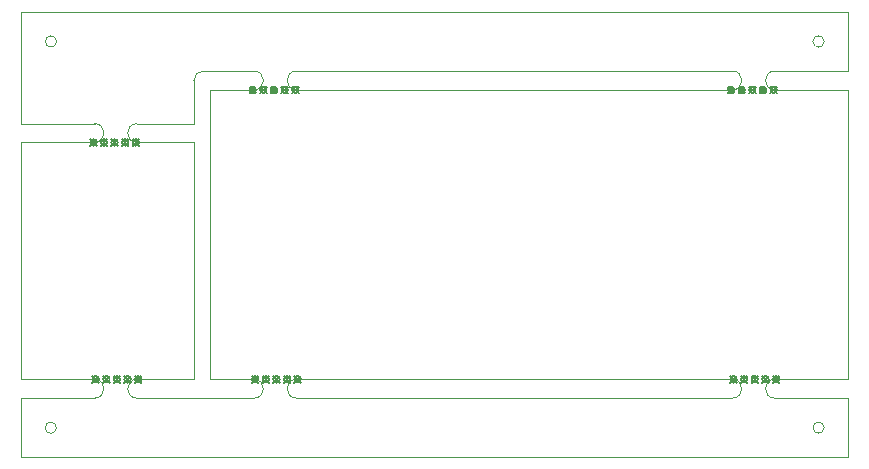
<source format=gm1>
G04 #@! TF.GenerationSoftware,KiCad,Pcbnew,(5.1.6-0-10_14)*
G04 #@! TF.CreationDate,2021-08-31T13:45:45+09:00*
G04 #@! TF.ProjectId,qPCR-panel_v_20210831,71504352-2d70-4616-9e65-6c5f765f3230,rev?*
G04 #@! TF.SameCoordinates,Original*
G04 #@! TF.FileFunction,Profile,NP*
%FSLAX46Y46*%
G04 Gerber Fmt 4.6, Leading zero omitted, Abs format (unit mm)*
G04 Created by KiCad (PCBNEW (5.1.6-0-10_14)) date 2021-08-31 13:45:45*
%MOMM*%
%LPD*%
G01*
G04 APERTURE LIST*
G04 #@! TA.AperFunction,Profile*
%ADD10C,0.100000*%
G04 #@! TD*
G04 #@! TA.AperFunction,Profile*
%ADD11C,0.200000*%
G04 #@! TD*
G04 APERTURE END LIST*
D10*
X110475000Y-57900000D02*
G75*
G03*
X110475000Y-57900000I-475000J0D01*
G01*
X130800000Y-88100000D02*
X167700000Y-88100000D01*
X127200000Y-60400000D02*
X122905000Y-60400000D01*
X130800000Y-62000000D02*
X167700000Y-62000000D01*
D11*
X128275000Y-62000000D02*
G75*
G03*
X128275000Y-62000000I-275000J0D01*
G01*
X127725000Y-61725000D02*
X128275000Y-62275000D01*
X127725000Y-62275000D02*
X128275000Y-61725000D01*
X130975000Y-62000000D02*
G75*
G03*
X130975000Y-62000000I-275000J0D01*
G01*
X130425000Y-61725000D02*
X130975000Y-62275000D01*
X130425000Y-62275000D02*
X130975000Y-61725000D01*
X129175000Y-62000000D02*
G75*
G03*
X129175000Y-62000000I-275000J0D01*
G01*
X128625000Y-61725000D02*
X129175000Y-62275000D01*
X128625000Y-62275000D02*
X129175000Y-61725000D01*
X127375000Y-62000000D02*
G75*
G03*
X127375000Y-62000000I-275000J0D01*
G01*
X126825000Y-61725000D02*
X127375000Y-62275000D01*
X126825000Y-62275000D02*
X127375000Y-61725000D01*
X130075000Y-62000000D02*
G75*
G03*
X130075000Y-62000000I-275000J0D01*
G01*
X129525000Y-61725000D02*
X130075000Y-62275000D01*
X129525000Y-62275000D02*
X130075000Y-61725000D01*
D10*
X127200000Y-60400000D02*
G75*
G02*
X127200000Y-62000000I0J-800000D01*
G01*
X130800000Y-62000000D02*
G75*
G02*
X130800000Y-60400000I0J800000D01*
G01*
D11*
X130275000Y-86500000D02*
G75*
G03*
X130275000Y-86500000I-275000J0D01*
G01*
X129725000Y-86225000D02*
X130275000Y-86775000D01*
X129725000Y-86775000D02*
X130275000Y-86225000D01*
X129375000Y-86500000D02*
G75*
G03*
X129375000Y-86500000I-275000J0D01*
G01*
X128825000Y-86225000D02*
X129375000Y-86775000D01*
X128825000Y-86775000D02*
X129375000Y-86225000D01*
X127575000Y-86500000D02*
G75*
G03*
X127575000Y-86500000I-275000J0D01*
G01*
X127025000Y-86225000D02*
X127575000Y-86775000D01*
X127025000Y-86775000D02*
X127575000Y-86225000D01*
X128475000Y-86500000D02*
G75*
G03*
X128475000Y-86500000I-275000J0D01*
G01*
X127925000Y-86225000D02*
X128475000Y-86775000D01*
X127925000Y-86775000D02*
X128475000Y-86225000D01*
X131175000Y-86500000D02*
G75*
G03*
X131175000Y-86500000I-275000J0D01*
G01*
X130625000Y-86225000D02*
X131175000Y-86775000D01*
X130625000Y-86775000D02*
X131175000Y-86225000D01*
D10*
X130800000Y-88100000D02*
G75*
G02*
X130800000Y-86500000I0J800000D01*
G01*
X127200000Y-86500000D02*
G75*
G02*
X127200000Y-88100000I0J-800000D01*
G01*
X113700000Y-86500000D02*
X107500000Y-86500000D01*
X171300000Y-62000000D02*
X177500000Y-62000000D01*
X171300000Y-86500000D02*
X177500000Y-86500000D01*
X117300000Y-66450000D02*
X122105000Y-66450000D01*
X117300000Y-86500000D02*
X122105000Y-86500000D01*
X122105000Y-61200000D02*
G75*
G02*
X122905000Y-60400000I800000J0D01*
G01*
X122105000Y-61200000D02*
X122105000Y-64850000D01*
X117300000Y-64850000D02*
X122105000Y-64850000D01*
X113700000Y-64850000D02*
G75*
G02*
X113700000Y-66450000I0J-800000D01*
G01*
X117300000Y-66450000D02*
G75*
G02*
X117300000Y-64850000I0J800000D01*
G01*
D11*
X113875000Y-66450000D02*
G75*
G03*
X113875000Y-66450000I-275000J0D01*
G01*
X113325000Y-66175000D02*
X113875000Y-66725000D01*
X113325000Y-66725000D02*
X113875000Y-66175000D01*
D10*
X107500000Y-55400000D02*
X107500000Y-64850000D01*
D11*
X114775000Y-66450000D02*
G75*
G03*
X114775000Y-66450000I-275000J0D01*
G01*
X114225000Y-66175000D02*
X114775000Y-66725000D01*
X114225000Y-66725000D02*
X114775000Y-66175000D01*
D10*
X107500000Y-64850000D02*
X113700000Y-64850000D01*
D11*
X115675000Y-66450000D02*
G75*
G03*
X115675000Y-66450000I-275000J0D01*
G01*
X115125000Y-66175000D02*
X115675000Y-66725000D01*
X115125000Y-66725000D02*
X115675000Y-66175000D01*
X116575000Y-66450000D02*
G75*
G03*
X116575000Y-66450000I-275000J0D01*
G01*
X116025000Y-66175000D02*
X116575000Y-66725000D01*
X116025000Y-66725000D02*
X116575000Y-66175000D01*
X117475000Y-66450000D02*
G75*
G03*
X117475000Y-66450000I-275000J0D01*
G01*
X116925000Y-66175000D02*
X117475000Y-66725000D01*
X116925000Y-66725000D02*
X117475000Y-66175000D01*
D10*
X167700000Y-60400000D02*
X130800000Y-60400000D01*
X171300000Y-62000000D02*
G75*
G02*
X171300000Y-60400000I0J800000D01*
G01*
X177500000Y-60400000D02*
X171300000Y-60400000D01*
X175475000Y-57900000D02*
G75*
G03*
X175475000Y-57900000I-475000J0D01*
G01*
X167700000Y-60400000D02*
G75*
G02*
X167700000Y-62000000I0J-800000D01*
G01*
X177500000Y-60400000D02*
X177500000Y-55400000D01*
D11*
X170575000Y-62000000D02*
G75*
G03*
X170575000Y-62000000I-275000J0D01*
G01*
X170025000Y-61725000D02*
X170575000Y-62275000D01*
X170025000Y-62275000D02*
X170575000Y-61725000D01*
D10*
X177500000Y-55400000D02*
X107500000Y-55400000D01*
D11*
X167875000Y-62000000D02*
G75*
G03*
X167875000Y-62000000I-275000J0D01*
G01*
X167325000Y-61725000D02*
X167875000Y-62275000D01*
X167325000Y-62275000D02*
X167875000Y-61725000D01*
X169675000Y-62000000D02*
G75*
G03*
X169675000Y-62000000I-275000J0D01*
G01*
X169125000Y-61725000D02*
X169675000Y-62275000D01*
X169125000Y-62275000D02*
X169675000Y-61725000D01*
X171475000Y-62000000D02*
G75*
G03*
X171475000Y-62000000I-275000J0D01*
G01*
X170925000Y-61725000D02*
X171475000Y-62275000D01*
X170925000Y-62275000D02*
X171475000Y-61725000D01*
X168775000Y-62000000D02*
G75*
G03*
X168775000Y-62000000I-275000J0D01*
G01*
X168225000Y-61725000D02*
X168775000Y-62275000D01*
X168225000Y-62275000D02*
X168775000Y-61725000D01*
D10*
X123500000Y-86500000D02*
X127200000Y-86500000D01*
X123500000Y-62000000D02*
X127200000Y-62000000D01*
X107500000Y-66450000D02*
X113700000Y-66450000D01*
X110475000Y-90600000D02*
G75*
G03*
X110475000Y-90600000I-475000J0D01*
G01*
X107500000Y-93100000D02*
X177500000Y-93100000D01*
X107500000Y-88100000D02*
X107500000Y-93100000D01*
X117300000Y-88100000D02*
X127200000Y-88100000D01*
X107500000Y-88100000D02*
X113700000Y-88100000D01*
D11*
X116775000Y-86500000D02*
G75*
G03*
X116775000Y-86500000I-275000J0D01*
G01*
X116225000Y-86225000D02*
X116775000Y-86775000D01*
X116225000Y-86775000D02*
X116775000Y-86225000D01*
X115875000Y-86500000D02*
G75*
G03*
X115875000Y-86500000I-275000J0D01*
G01*
X115325000Y-86225000D02*
X115875000Y-86775000D01*
X115325000Y-86775000D02*
X115875000Y-86225000D01*
X114075000Y-86500000D02*
G75*
G03*
X114075000Y-86500000I-275000J0D01*
G01*
X113525000Y-86225000D02*
X114075000Y-86775000D01*
X113525000Y-86775000D02*
X114075000Y-86225000D01*
X114975000Y-86500000D02*
G75*
G03*
X114975000Y-86500000I-275000J0D01*
G01*
X114425000Y-86225000D02*
X114975000Y-86775000D01*
X114425000Y-86775000D02*
X114975000Y-86225000D01*
X117675000Y-86500000D02*
G75*
G03*
X117675000Y-86500000I-275000J0D01*
G01*
X117125000Y-86225000D02*
X117675000Y-86775000D01*
X117125000Y-86775000D02*
X117675000Y-86225000D01*
D10*
X117300000Y-88100000D02*
G75*
G02*
X117300000Y-86500000I0J800000D01*
G01*
X113700000Y-86500000D02*
G75*
G02*
X113700000Y-88100000I0J-800000D01*
G01*
X167700000Y-86500000D02*
G75*
G02*
X167700000Y-88100000I0J-800000D01*
G01*
X171300000Y-88100000D02*
G75*
G02*
X171300000Y-86500000I0J800000D01*
G01*
D11*
X171675000Y-86500000D02*
G75*
G03*
X171675000Y-86500000I-275000J0D01*
G01*
X171125000Y-86225000D02*
X171675000Y-86775000D01*
X171125000Y-86775000D02*
X171675000Y-86225000D01*
X168975000Y-86500000D02*
G75*
G03*
X168975000Y-86500000I-275000J0D01*
G01*
X168425000Y-86225000D02*
X168975000Y-86775000D01*
X168425000Y-86775000D02*
X168975000Y-86225000D01*
X168075000Y-86500000D02*
G75*
G03*
X168075000Y-86500000I-275000J0D01*
G01*
X167525000Y-86225000D02*
X168075000Y-86775000D01*
X167525000Y-86775000D02*
X168075000Y-86225000D01*
X169875000Y-86500000D02*
G75*
G03*
X169875000Y-86500000I-275000J0D01*
G01*
X169325000Y-86225000D02*
X169875000Y-86775000D01*
X169325000Y-86775000D02*
X169875000Y-86225000D01*
D10*
X177500000Y-93100000D02*
X177500000Y-88100000D01*
X177500000Y-88100000D02*
X171300000Y-88100000D01*
D11*
X170775000Y-86500000D02*
G75*
G03*
X170775000Y-86500000I-275000J0D01*
G01*
X170225000Y-86225000D02*
X170775000Y-86775000D01*
X170225000Y-86775000D02*
X170775000Y-86225000D01*
D10*
X175475000Y-90600000D02*
G75*
G03*
X175475000Y-90600000I-475000J0D01*
G01*
X130800000Y-86500000D02*
X167700000Y-86500000D01*
X177500000Y-62000000D02*
X177500000Y-86500000D01*
X123500000Y-86500000D02*
X123500000Y-62000000D01*
X122105000Y-66450000D02*
X122105000Y-86500000D01*
X107500000Y-86500000D02*
X107500000Y-66450000D01*
M02*

</source>
